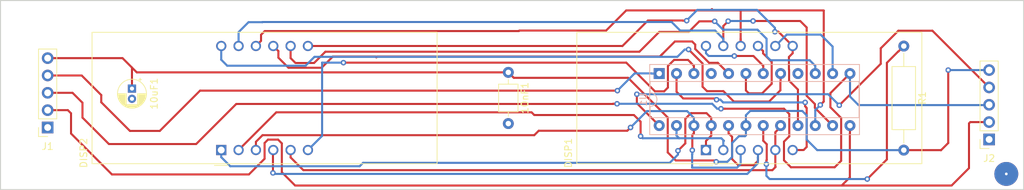
<source format=kicad_pcb>
(kicad_pcb (version 20171130) (host pcbnew 5.0.1+dfsg1-3)

  (general
    (thickness 1.6)
    (drawings 4)
    (tracks 382)
    (zones 0)
    (modules 8)
    (nets 24)
  )

  (page A4)
  (layers
    (0 F.Cu signal)
    (31 B.Cu signal)
    (32 B.Adhes user)
    (33 F.Adhes user)
    (34 B.Paste user)
    (35 F.Paste user)
    (36 B.SilkS user)
    (37 F.SilkS user)
    (38 B.Mask user)
    (39 F.Mask user)
    (40 Dwgs.User user)
    (41 Cmts.User user)
    (42 Eco1.User user)
    (43 Eco2.User user)
    (44 Edge.Cuts user)
    (45 Margin user)
    (46 B.CrtYd user)
    (47 F.CrtYd user)
    (48 B.Fab user)
    (49 F.Fab user)
  )

  (setup
    (last_trace_width 0.3)
    (trace_clearance 0.2)
    (zone_clearance 0.508)
    (zone_45_only no)
    (trace_min 0.2)
    (segment_width 0.2)
    (edge_width 0.15)
    (via_size 0.8)
    (via_drill 0.4)
    (via_min_size 0.4)
    (via_min_drill 0.3)
    (uvia_size 0.3)
    (uvia_drill 0.1)
    (uvias_allowed no)
    (uvia_min_size 0.2)
    (uvia_min_drill 0.1)
    (pcb_text_width 0.3)
    (pcb_text_size 1.5 1.5)
    (mod_edge_width 0.15)
    (mod_text_size 1 1)
    (mod_text_width 0.15)
    (pad_size 1.524 1.524)
    (pad_drill 0.762)
    (pad_to_mask_clearance 0.051)
    (solder_mask_min_width 0.25)
    (aux_axis_origin 0 0)
    (visible_elements FFFFFF7F)
    (pcbplotparams
      (layerselection 0x010f0_ffffffff)
      (usegerberextensions true)
      (usegerberattributes false)
      (usegerberadvancedattributes false)
      (creategerberjobfile false)
      (excludeedgelayer true)
      (linewidth 0.100000)
      (plotframeref false)
      (viasonmask false)
      (mode 1)
      (useauxorigin false)
      (hpglpennumber 1)
      (hpglpenspeed 20)
      (hpglpendiameter 15.000000)
      (psnegative false)
      (psa4output false)
      (plotreference true)
      (plotvalue true)
      (plotinvisibletext false)
      (padsonsilk false)
      (subtractmaskfromsilk false)
      (outputformat 1)
      (mirror false)
      (drillshape 0)
      (scaleselection 1)
      (outputdirectory "Display-8x7seg/"))
  )

  (net 0 "")
  (net 1 GND)
  (net 2 VCC)
  (net 3 D3)
  (net 4 A)
  (net 5 F)
  (net 6 D2)
  (net 7 D1)
  (net 8 B)
  (net 9 D0)
  (net 10 G)
  (net 11 C)
  (net 12 DP)
  (net 13 D)
  (net 14 E)
  (net 15 D4)
  (net 16 D5)
  (net 17 D6)
  (net 18 D7)
  (net 19 CLK)
  (net 20 LOAD)
  (net 21 DIN)
  (net 22 DOUT)
  (net 23 "Net-(R1-Pad1)")

  (net_class Default "Esta es la clase de red por defecto."
    (clearance 0.2)
    (trace_width 0.3)
    (via_dia 0.8)
    (via_drill 0.4)
    (uvia_dia 0.3)
    (uvia_drill 0.1)
    (add_net A)
    (add_net B)
    (add_net C)
    (add_net CLK)
    (add_net D)
    (add_net D0)
    (add_net D1)
    (add_net D2)
    (add_net D3)
    (add_net D4)
    (add_net D5)
    (add_net D6)
    (add_net D7)
    (add_net DIN)
    (add_net DOUT)
    (add_net DP)
    (add_net E)
    (add_net F)
    (add_net G)
    (add_net GND)
    (add_net LOAD)
    (add_net "Net-(R1-Pad1)")
    (add_net VCC)
  )

  (module Capacitor_THT:C_Axial_L3.8mm_D2.6mm_P7.50mm_Horizontal (layer F.Cu) (tedit 5AE50EF0) (tstamp 5C248B45)
    (at 101.05 48.625 270)
    (descr "C, Axial series, Axial, Horizontal, pin pitch=7.5mm, , length*diameter=3.8*2.6mm^2, http://www.vishay.com/docs/45231/arseries.pdf")
    (tags "C Axial series Axial Horizontal pin pitch 7.5mm  length 3.8mm diameter 2.6mm")
    (path /5C004983)
    (fp_text reference 10nF1 (at 3.75 -2.42 270) (layer F.SilkS)
      (effects (font (size 1 1) (thickness 0.15)))
    )
    (fp_text value C (at 3.75 2.42 270) (layer F.Fab)
      (effects (font (size 1 1) (thickness 0.15)))
    )
    (fp_line (start 1.85 -1.3) (end 1.85 1.3) (layer F.Fab) (width 0.1))
    (fp_line (start 1.85 1.3) (end 5.65 1.3) (layer F.Fab) (width 0.1))
    (fp_line (start 5.65 1.3) (end 5.65 -1.3) (layer F.Fab) (width 0.1))
    (fp_line (start 5.65 -1.3) (end 1.85 -1.3) (layer F.Fab) (width 0.1))
    (fp_line (start 0 0) (end 1.85 0) (layer F.Fab) (width 0.1))
    (fp_line (start 7.5 0) (end 5.65 0) (layer F.Fab) (width 0.1))
    (fp_line (start 1.73 -1.42) (end 1.73 1.42) (layer F.SilkS) (width 0.12))
    (fp_line (start 1.73 1.42) (end 5.77 1.42) (layer F.SilkS) (width 0.12))
    (fp_line (start 5.77 1.42) (end 5.77 -1.42) (layer F.SilkS) (width 0.12))
    (fp_line (start 5.77 -1.42) (end 1.73 -1.42) (layer F.SilkS) (width 0.12))
    (fp_line (start 1.04 0) (end 1.73 0) (layer F.SilkS) (width 0.12))
    (fp_line (start 6.46 0) (end 5.77 0) (layer F.SilkS) (width 0.12))
    (fp_line (start -1.05 -1.55) (end -1.05 1.55) (layer F.CrtYd) (width 0.05))
    (fp_line (start -1.05 1.55) (end 8.55 1.55) (layer F.CrtYd) (width 0.05))
    (fp_line (start 8.55 1.55) (end 8.55 -1.55) (layer F.CrtYd) (width 0.05))
    (fp_line (start 8.55 -1.55) (end -1.05 -1.55) (layer F.CrtYd) (width 0.05))
    (fp_text user %R (at 3.75 0) (layer F.Fab)
      (effects (font (size 0.76 0.76) (thickness 0.114)))
    )
    (pad 1 thru_hole circle (at 0 0 270) (size 1.6 1.6) (drill 0.8) (layers *.Cu *.Mask)
      (net 2 VCC))
    (pad 2 thru_hole oval (at 7.5 0 270) (size 1.6 1.6) (drill 0.8) (layers *.Cu *.Mask)
      (net 1 GND))
    (model ${KISYS3DMOD}/Capacitor_THT.3dshapes/C_Axial_L3.8mm_D2.6mm_P7.50mm_Horizontal.wrl
      (at (xyz 0 0 0))
      (scale (xyz 1 1 1))
      (rotate (xyz 0 0 0))
    )
  )

  (module Capacitor_THT:CP_Radial_D4.0mm_P1.50mm (layer F.Cu) (tedit 5AE50EF0) (tstamp 5C247D87)
    (at 45.925 51 270)
    (descr "CP, Radial series, Radial, pin pitch=1.50mm, , diameter=4mm, Electrolytic Capacitor")
    (tags "CP Radial series Radial pin pitch 1.50mm  diameter 4mm Electrolytic Capacitor")
    (path /5C0047F4)
    (fp_text reference 10uF1 (at 0.75 -3.25 270) (layer F.SilkS)
      (effects (font (size 1 1) (thickness 0.15)))
    )
    (fp_text value C (at 0.75 3.25 270) (layer F.Fab)
      (effects (font (size 1 1) (thickness 0.15)))
    )
    (fp_circle (center 0.75 0) (end 2.75 0) (layer F.Fab) (width 0.1))
    (fp_circle (center 0.75 0) (end 2.87 0) (layer F.SilkS) (width 0.12))
    (fp_circle (center 0.75 0) (end 3 0) (layer F.CrtYd) (width 0.05))
    (fp_line (start -0.952554 -0.8675) (end -0.552554 -0.8675) (layer F.Fab) (width 0.1))
    (fp_line (start -0.752554 -1.0675) (end -0.752554 -0.6675) (layer F.Fab) (width 0.1))
    (fp_line (start 0.75 0.84) (end 0.75 2.08) (layer F.SilkS) (width 0.12))
    (fp_line (start 0.75 -2.08) (end 0.75 -0.84) (layer F.SilkS) (width 0.12))
    (fp_line (start 0.79 0.84) (end 0.79 2.08) (layer F.SilkS) (width 0.12))
    (fp_line (start 0.79 -2.08) (end 0.79 -0.84) (layer F.SilkS) (width 0.12))
    (fp_line (start 0.83 0.84) (end 0.83 2.079) (layer F.SilkS) (width 0.12))
    (fp_line (start 0.83 -2.079) (end 0.83 -0.84) (layer F.SilkS) (width 0.12))
    (fp_line (start 0.87 -2.077) (end 0.87 -0.84) (layer F.SilkS) (width 0.12))
    (fp_line (start 0.87 0.84) (end 0.87 2.077) (layer F.SilkS) (width 0.12))
    (fp_line (start 0.91 -2.074) (end 0.91 -0.84) (layer F.SilkS) (width 0.12))
    (fp_line (start 0.91 0.84) (end 0.91 2.074) (layer F.SilkS) (width 0.12))
    (fp_line (start 0.95 -2.071) (end 0.95 -0.84) (layer F.SilkS) (width 0.12))
    (fp_line (start 0.95 0.84) (end 0.95 2.071) (layer F.SilkS) (width 0.12))
    (fp_line (start 0.99 -2.067) (end 0.99 -0.84) (layer F.SilkS) (width 0.12))
    (fp_line (start 0.99 0.84) (end 0.99 2.067) (layer F.SilkS) (width 0.12))
    (fp_line (start 1.03 -2.062) (end 1.03 -0.84) (layer F.SilkS) (width 0.12))
    (fp_line (start 1.03 0.84) (end 1.03 2.062) (layer F.SilkS) (width 0.12))
    (fp_line (start 1.07 -2.056) (end 1.07 -0.84) (layer F.SilkS) (width 0.12))
    (fp_line (start 1.07 0.84) (end 1.07 2.056) (layer F.SilkS) (width 0.12))
    (fp_line (start 1.11 -2.05) (end 1.11 -0.84) (layer F.SilkS) (width 0.12))
    (fp_line (start 1.11 0.84) (end 1.11 2.05) (layer F.SilkS) (width 0.12))
    (fp_line (start 1.15 -2.042) (end 1.15 -0.84) (layer F.SilkS) (width 0.12))
    (fp_line (start 1.15 0.84) (end 1.15 2.042) (layer F.SilkS) (width 0.12))
    (fp_line (start 1.19 -2.034) (end 1.19 -0.84) (layer F.SilkS) (width 0.12))
    (fp_line (start 1.19 0.84) (end 1.19 2.034) (layer F.SilkS) (width 0.12))
    (fp_line (start 1.23 -2.025) (end 1.23 -0.84) (layer F.SilkS) (width 0.12))
    (fp_line (start 1.23 0.84) (end 1.23 2.025) (layer F.SilkS) (width 0.12))
    (fp_line (start 1.27 -2.016) (end 1.27 -0.84) (layer F.SilkS) (width 0.12))
    (fp_line (start 1.27 0.84) (end 1.27 2.016) (layer F.SilkS) (width 0.12))
    (fp_line (start 1.31 -2.005) (end 1.31 -0.84) (layer F.SilkS) (width 0.12))
    (fp_line (start 1.31 0.84) (end 1.31 2.005) (layer F.SilkS) (width 0.12))
    (fp_line (start 1.35 -1.994) (end 1.35 -0.84) (layer F.SilkS) (width 0.12))
    (fp_line (start 1.35 0.84) (end 1.35 1.994) (layer F.SilkS) (width 0.12))
    (fp_line (start 1.39 -1.982) (end 1.39 -0.84) (layer F.SilkS) (width 0.12))
    (fp_line (start 1.39 0.84) (end 1.39 1.982) (layer F.SilkS) (width 0.12))
    (fp_line (start 1.43 -1.968) (end 1.43 -0.84) (layer F.SilkS) (width 0.12))
    (fp_line (start 1.43 0.84) (end 1.43 1.968) (layer F.SilkS) (width 0.12))
    (fp_line (start 1.471 -1.954) (end 1.471 -0.84) (layer F.SilkS) (width 0.12))
    (fp_line (start 1.471 0.84) (end 1.471 1.954) (layer F.SilkS) (width 0.12))
    (fp_line (start 1.511 -1.94) (end 1.511 -0.84) (layer F.SilkS) (width 0.12))
    (fp_line (start 1.511 0.84) (end 1.511 1.94) (layer F.SilkS) (width 0.12))
    (fp_line (start 1.551 -1.924) (end 1.551 -0.84) (layer F.SilkS) (width 0.12))
    (fp_line (start 1.551 0.84) (end 1.551 1.924) (layer F.SilkS) (width 0.12))
    (fp_line (start 1.591 -1.907) (end 1.591 -0.84) (layer F.SilkS) (width 0.12))
    (fp_line (start 1.591 0.84) (end 1.591 1.907) (layer F.SilkS) (width 0.12))
    (fp_line (start 1.631 -1.889) (end 1.631 -0.84) (layer F.SilkS) (width 0.12))
    (fp_line (start 1.631 0.84) (end 1.631 1.889) (layer F.SilkS) (width 0.12))
    (fp_line (start 1.671 -1.87) (end 1.671 -0.84) (layer F.SilkS) (width 0.12))
    (fp_line (start 1.671 0.84) (end 1.671 1.87) (layer F.SilkS) (width 0.12))
    (fp_line (start 1.711 -1.851) (end 1.711 -0.84) (layer F.SilkS) (width 0.12))
    (fp_line (start 1.711 0.84) (end 1.711 1.851) (layer F.SilkS) (width 0.12))
    (fp_line (start 1.751 -1.83) (end 1.751 -0.84) (layer F.SilkS) (width 0.12))
    (fp_line (start 1.751 0.84) (end 1.751 1.83) (layer F.SilkS) (width 0.12))
    (fp_line (start 1.791 -1.808) (end 1.791 -0.84) (layer F.SilkS) (width 0.12))
    (fp_line (start 1.791 0.84) (end 1.791 1.808) (layer F.SilkS) (width 0.12))
    (fp_line (start 1.831 -1.785) (end 1.831 -0.84) (layer F.SilkS) (width 0.12))
    (fp_line (start 1.831 0.84) (end 1.831 1.785) (layer F.SilkS) (width 0.12))
    (fp_line (start 1.871 -1.76) (end 1.871 -0.84) (layer F.SilkS) (width 0.12))
    (fp_line (start 1.871 0.84) (end 1.871 1.76) (layer F.SilkS) (width 0.12))
    (fp_line (start 1.911 -1.735) (end 1.911 -0.84) (layer F.SilkS) (width 0.12))
    (fp_line (start 1.911 0.84) (end 1.911 1.735) (layer F.SilkS) (width 0.12))
    (fp_line (start 1.951 -1.708) (end 1.951 -0.84) (layer F.SilkS) (width 0.12))
    (fp_line (start 1.951 0.84) (end 1.951 1.708) (layer F.SilkS) (width 0.12))
    (fp_line (start 1.991 -1.68) (end 1.991 -0.84) (layer F.SilkS) (width 0.12))
    (fp_line (start 1.991 0.84) (end 1.991 1.68) (layer F.SilkS) (width 0.12))
    (fp_line (start 2.031 -1.65) (end 2.031 -0.84) (layer F.SilkS) (width 0.12))
    (fp_line (start 2.031 0.84) (end 2.031 1.65) (layer F.SilkS) (width 0.12))
    (fp_line (start 2.071 -1.619) (end 2.071 -0.84) (layer F.SilkS) (width 0.12))
    (fp_line (start 2.071 0.84) (end 2.071 1.619) (layer F.SilkS) (width 0.12))
    (fp_line (start 2.111 -1.587) (end 2.111 -0.84) (layer F.SilkS) (width 0.12))
    (fp_line (start 2.111 0.84) (end 2.111 1.587) (layer F.SilkS) (width 0.12))
    (fp_line (start 2.151 -1.552) (end 2.151 -0.84) (layer F.SilkS) (width 0.12))
    (fp_line (start 2.151 0.84) (end 2.151 1.552) (layer F.SilkS) (width 0.12))
    (fp_line (start 2.191 -1.516) (end 2.191 -0.84) (layer F.SilkS) (width 0.12))
    (fp_line (start 2.191 0.84) (end 2.191 1.516) (layer F.SilkS) (width 0.12))
    (fp_line (start 2.231 -1.478) (end 2.231 -0.84) (layer F.SilkS) (width 0.12))
    (fp_line (start 2.231 0.84) (end 2.231 1.478) (layer F.SilkS) (width 0.12))
    (fp_line (start 2.271 -1.438) (end 2.271 -0.84) (layer F.SilkS) (width 0.12))
    (fp_line (start 2.271 0.84) (end 2.271 1.438) (layer F.SilkS) (width 0.12))
    (fp_line (start 2.311 -1.396) (end 2.311 -0.84) (layer F.SilkS) (width 0.12))
    (fp_line (start 2.311 0.84) (end 2.311 1.396) (layer F.SilkS) (width 0.12))
    (fp_line (start 2.351 -1.351) (end 2.351 1.351) (layer F.SilkS) (width 0.12))
    (fp_line (start 2.391 -1.304) (end 2.391 1.304) (layer F.SilkS) (width 0.12))
    (fp_line (start 2.431 -1.254) (end 2.431 1.254) (layer F.SilkS) (width 0.12))
    (fp_line (start 2.471 -1.2) (end 2.471 1.2) (layer F.SilkS) (width 0.12))
    (fp_line (start 2.511 -1.142) (end 2.511 1.142) (layer F.SilkS) (width 0.12))
    (fp_line (start 2.551 -1.08) (end 2.551 1.08) (layer F.SilkS) (width 0.12))
    (fp_line (start 2.591 -1.013) (end 2.591 1.013) (layer F.SilkS) (width 0.12))
    (fp_line (start 2.631 -0.94) (end 2.631 0.94) (layer F.SilkS) (width 0.12))
    (fp_line (start 2.671 -0.859) (end 2.671 0.859) (layer F.SilkS) (width 0.12))
    (fp_line (start 2.711 -0.768) (end 2.711 0.768) (layer F.SilkS) (width 0.12))
    (fp_line (start 2.751 -0.664) (end 2.751 0.664) (layer F.SilkS) (width 0.12))
    (fp_line (start 2.791 -0.537) (end 2.791 0.537) (layer F.SilkS) (width 0.12))
    (fp_line (start 2.831 -0.37) (end 2.831 0.37) (layer F.SilkS) (width 0.12))
    (fp_line (start -1.519801 -1.195) (end -1.119801 -1.195) (layer F.SilkS) (width 0.12))
    (fp_line (start -1.319801 -1.395) (end -1.319801 -0.995) (layer F.SilkS) (width 0.12))
    (fp_text user %R (at 0.75 0 270) (layer F.Fab)
      (effects (font (size 0.8 0.8) (thickness 0.12)))
    )
    (pad 1 thru_hole rect (at 0 0 270) (size 1.2 1.2) (drill 0.6) (layers *.Cu *.Mask)
      (net 2 VCC))
    (pad 2 thru_hole circle (at 1.5 0 270) (size 1.2 1.2) (drill 0.6) (layers *.Cu *.Mask)
      (net 1 GND))
    (model ${KISYS3DMOD}/Capacitor_THT.3dshapes/CP_Radial_D4.0mm_P1.50mm.wrl
      (at (xyz 0 0 0))
      (scale (xyz 1 1 1))
      (rotate (xyz 0 0 0))
    )
  )

  (module Display_7Segment:CA56-12CGKWA (layer F.Cu) (tedit 5A02FE84) (tstamp 5C247DA8)
    (at 130 60 90)
    (descr "4 digit 7 segment green LED, http://www.kingbright.com/attachments/file/psearch/000/00/00/CA56-12CGKWA(Ver.9A).pdf")
    (tags "4 digit 7 segment green LED")
    (path /5C0033D8)
    (fp_text reference DISP1 (at -0.44 -20.15 90) (layer F.SilkS)
      (effects (font (size 1 1) (thickness 0.15)))
    )
    (fp_text value CA56-12CGKWA (at 3.5 32.92 90) (layer F.Fab)
      (effects (font (size 1 1) (thickness 0.15)))
    )
    (fp_text user %R (at 8.128 6.604 90) (layer F.Fab)
      (effects (font (size 1 1) (thickness 0.15)))
    )
    (fp_line (start -1.88 1) (end -1.88 31.5) (layer F.Fab) (width 0.1))
    (fp_line (start -1.88 31.5) (end 17.12 31.5) (layer F.Fab) (width 0.1))
    (fp_line (start 17.12 -18.8) (end 17.12 31.5) (layer F.Fab) (width 0.1))
    (fp_line (start -1.88 -18.8) (end 17.12 -18.8) (layer F.Fab) (width 0.1))
    (fp_line (start -2.25 -1) (end -2.25 1) (layer F.SilkS) (width 0.12))
    (fp_line (start -2.13 31.75) (end -2.13 -19.05) (layer F.CrtYd) (width 0.05))
    (fp_line (start 17.37 31.75) (end -2.13 31.75) (layer F.CrtYd) (width 0.05))
    (fp_line (start 17.37 -19.05) (end 17.37 31.75) (layer F.CrtYd) (width 0.05))
    (fp_line (start -2.13 -19.05) (end 17.37 -19.05) (layer F.CrtYd) (width 0.05))
    (fp_line (start -1.88 -1) (end -1.88 -18.8) (layer F.Fab) (width 0.1))
    (fp_line (start -0.88 0) (end -1.88 -1) (layer F.Fab) (width 0.1))
    (fp_line (start -1.88 1) (end -0.88 0) (layer F.Fab) (width 0.1))
    (fp_line (start 17.24 31.62) (end 17.24 -18.92) (layer F.SilkS) (width 0.12))
    (fp_line (start -2 31.62) (end 17.24 31.62) (layer F.SilkS) (width 0.12))
    (fp_line (start -2 -18.92) (end -2 31.62) (layer F.SilkS) (width 0.12))
    (fp_line (start -2 -18.92) (end 17.24 -18.92) (layer F.SilkS) (width 0.12))
    (pad 12 thru_hole circle (at 15.24 0 90) (size 1.5 1.5) (drill 1) (layers *.Cu *.Mask)
      (net 3 D3))
    (pad 11 thru_hole circle (at 15.24 2.54 90) (size 1.5 1.5) (drill 1) (layers *.Cu *.Mask)
      (net 4 A))
    (pad 10 thru_hole circle (at 15.24 5.08 90) (size 1.5 1.5) (drill 1) (layers *.Cu *.Mask)
      (net 5 F))
    (pad 9 thru_hole circle (at 15.24 7.62 90) (size 1.5 1.5) (drill 1) (layers *.Cu *.Mask)
      (net 6 D2))
    (pad 8 thru_hole circle (at 15.24 10.16 90) (size 1.5 1.5) (drill 1) (layers *.Cu *.Mask)
      (net 7 D1))
    (pad 7 thru_hole circle (at 15.24 12.7 90) (size 1.5 1.5) (drill 1) (layers *.Cu *.Mask)
      (net 8 B))
    (pad 6 thru_hole circle (at 0 12.7 90) (size 1.5 1.5) (drill 1) (layers *.Cu *.Mask)
      (net 9 D0))
    (pad 5 thru_hole circle (at 0 10.16 90) (size 1.5 1.5) (drill 1) (layers *.Cu *.Mask)
      (net 10 G))
    (pad 4 thru_hole circle (at 0 7.62 90) (size 1.5 1.5) (drill 1) (layers *.Cu *.Mask)
      (net 11 C))
    (pad 3 thru_hole circle (at 0 5.08 90) (size 1.5 1.5) (drill 1) (layers *.Cu *.Mask)
      (net 12 DP))
    (pad 2 thru_hole circle (at 0 2.54 90) (size 1.5 1.5) (drill 1) (layers *.Cu *.Mask)
      (net 13 D))
    (pad 1 thru_hole rect (at 0 0 90) (size 1.5 1.5) (drill 1) (layers *.Cu *.Mask)
      (net 14 E))
    (model ${KISYS3DMOD}/Display_7Segment.3dshapes/CA56-12CGKWA.wrl
      (at (xyz 0 0 0))
      (scale (xyz 1 1 1))
      (rotate (xyz 0 0 0))
    )
  )

  (module Display_7Segment:CA56-12CGKWA (layer F.Cu) (tedit 5A02FE84) (tstamp 5C2484C7)
    (at 59 60 90)
    (descr "4 digit 7 segment green LED, http://www.kingbright.com/attachments/file/psearch/000/00/00/CA56-12CGKWA(Ver.9A).pdf")
    (tags "4 digit 7 segment green LED")
    (path /5C002B53)
    (fp_text reference DISP2 (at -0.44 -20.15 90) (layer F.SilkS)
      (effects (font (size 1 1) (thickness 0.15)))
    )
    (fp_text value CA56-12CGKWA (at 3.5 32.92 90) (layer F.Fab)
      (effects (font (size 1 1) (thickness 0.15)))
    )
    (fp_line (start -2 -18.92) (end 17.24 -18.92) (layer F.SilkS) (width 0.12))
    (fp_line (start -2 -18.92) (end -2 31.62) (layer F.SilkS) (width 0.12))
    (fp_line (start -2 31.62) (end 17.24 31.62) (layer F.SilkS) (width 0.12))
    (fp_line (start 17.24 31.62) (end 17.24 -18.92) (layer F.SilkS) (width 0.12))
    (fp_line (start -1.88 1) (end -0.88 0) (layer F.Fab) (width 0.1))
    (fp_line (start -0.88 0) (end -1.88 -1) (layer F.Fab) (width 0.1))
    (fp_line (start -1.88 -1) (end -1.88 -18.8) (layer F.Fab) (width 0.1))
    (fp_line (start -2.13 -19.05) (end 17.37 -19.05) (layer F.CrtYd) (width 0.05))
    (fp_line (start 17.37 -19.05) (end 17.37 31.75) (layer F.CrtYd) (width 0.05))
    (fp_line (start 17.37 31.75) (end -2.13 31.75) (layer F.CrtYd) (width 0.05))
    (fp_line (start -2.13 31.75) (end -2.13 -19.05) (layer F.CrtYd) (width 0.05))
    (fp_line (start -2.25 -1) (end -2.25 1) (layer F.SilkS) (width 0.12))
    (fp_line (start -1.88 -18.8) (end 17.12 -18.8) (layer F.Fab) (width 0.1))
    (fp_line (start 17.12 -18.8) (end 17.12 31.5) (layer F.Fab) (width 0.1))
    (fp_line (start -1.88 31.5) (end 17.12 31.5) (layer F.Fab) (width 0.1))
    (fp_line (start -1.88 1) (end -1.88 31.5) (layer F.Fab) (width 0.1))
    (fp_text user %R (at 8.128 6.604 90) (layer F.Fab)
      (effects (font (size 1 1) (thickness 0.15)))
    )
    (pad 1 thru_hole rect (at 0 0 90) (size 1.5 1.5) (drill 1) (layers *.Cu *.Mask)
      (net 14 E))
    (pad 2 thru_hole circle (at 0 2.54 90) (size 1.5 1.5) (drill 1) (layers *.Cu *.Mask)
      (net 13 D))
    (pad 3 thru_hole circle (at 0 5.08 90) (size 1.5 1.5) (drill 1) (layers *.Cu *.Mask)
      (net 12 DP))
    (pad 4 thru_hole circle (at 0 7.62 90) (size 1.5 1.5) (drill 1) (layers *.Cu *.Mask)
      (net 11 C))
    (pad 5 thru_hole circle (at 0 10.16 90) (size 1.5 1.5) (drill 1) (layers *.Cu *.Mask)
      (net 10 G))
    (pad 6 thru_hole circle (at 0 12.7 90) (size 1.5 1.5) (drill 1) (layers *.Cu *.Mask)
      (net 15 D4))
    (pad 7 thru_hole circle (at 15.24 12.7 90) (size 1.5 1.5) (drill 1) (layers *.Cu *.Mask)
      (net 8 B))
    (pad 8 thru_hole circle (at 15.24 10.16 90) (size 1.5 1.5) (drill 1) (layers *.Cu *.Mask)
      (net 16 D5))
    (pad 9 thru_hole circle (at 15.24 7.62 90) (size 1.5 1.5) (drill 1) (layers *.Cu *.Mask)
      (net 17 D6))
    (pad 10 thru_hole circle (at 15.24 5.08 90) (size 1.5 1.5) (drill 1) (layers *.Cu *.Mask)
      (net 5 F))
    (pad 11 thru_hole circle (at 15.24 2.54 90) (size 1.5 1.5) (drill 1) (layers *.Cu *.Mask)
      (net 4 A))
    (pad 12 thru_hole circle (at 15.24 0 90) (size 1.5 1.5) (drill 1) (layers *.Cu *.Mask)
      (net 18 D7))
    (model ${KISYS3DMOD}/Display_7Segment.3dshapes/CA56-12CGKWA.wrl
      (at (xyz 0 0 0))
      (scale (xyz 1 1 1))
      (rotate (xyz 0 0 0))
    )
  )

  (module Connector_PinSocket_2.54mm:PinSocket_1x05_P2.54mm_Vertical (layer F.Cu) (tedit 5A19A420) (tstamp 5C247DE2)
    (at 33.575 56.7 180)
    (descr "Through hole straight socket strip, 1x05, 2.54mm pitch, single row (from Kicad 4.0.7), script generated")
    (tags "Through hole socket strip THT 1x05 2.54mm single row")
    (path /5C0054E4)
    (fp_text reference J1 (at 0 -2.77 180) (layer F.SilkS)
      (effects (font (size 1 1) (thickness 0.15)))
    )
    (fp_text value JP1 (at 0 12.93 180) (layer F.Fab)
      (effects (font (size 1 1) (thickness 0.15)))
    )
    (fp_line (start -1.27 -1.27) (end 0.635 -1.27) (layer F.Fab) (width 0.1))
    (fp_line (start 0.635 -1.27) (end 1.27 -0.635) (layer F.Fab) (width 0.1))
    (fp_line (start 1.27 -0.635) (end 1.27 11.43) (layer F.Fab) (width 0.1))
    (fp_line (start 1.27 11.43) (end -1.27 11.43) (layer F.Fab) (width 0.1))
    (fp_line (start -1.27 11.43) (end -1.27 -1.27) (layer F.Fab) (width 0.1))
    (fp_line (start -1.33 1.27) (end 1.33 1.27) (layer F.SilkS) (width 0.12))
    (fp_line (start -1.33 1.27) (end -1.33 11.49) (layer F.SilkS) (width 0.12))
    (fp_line (start -1.33 11.49) (end 1.33 11.49) (layer F.SilkS) (width 0.12))
    (fp_line (start 1.33 1.27) (end 1.33 11.49) (layer F.SilkS) (width 0.12))
    (fp_line (start 1.33 -1.33) (end 1.33 0) (layer F.SilkS) (width 0.12))
    (fp_line (start 0 -1.33) (end 1.33 -1.33) (layer F.SilkS) (width 0.12))
    (fp_line (start -1.8 -1.8) (end 1.75 -1.8) (layer F.CrtYd) (width 0.05))
    (fp_line (start 1.75 -1.8) (end 1.75 11.9) (layer F.CrtYd) (width 0.05))
    (fp_line (start 1.75 11.9) (end -1.8 11.9) (layer F.CrtYd) (width 0.05))
    (fp_line (start -1.8 11.9) (end -1.8 -1.8) (layer F.CrtYd) (width 0.05))
    (fp_text user %R (at 0 5.08 270) (layer F.Fab)
      (effects (font (size 1 1) (thickness 0.15)))
    )
    (pad 1 thru_hole rect (at 0 0 180) (size 1.7 1.7) (drill 1) (layers *.Cu *.Mask)
      (net 1 GND))
    (pad 2 thru_hole oval (at 0 2.54 180) (size 1.7 1.7) (drill 1) (layers *.Cu *.Mask)
      (net 19 CLK))
    (pad 3 thru_hole oval (at 0 5.08 180) (size 1.7 1.7) (drill 1) (layers *.Cu *.Mask)
      (net 20 LOAD))
    (pad 4 thru_hole oval (at 0 7.62 180) (size 1.7 1.7) (drill 1) (layers *.Cu *.Mask)
      (net 21 DIN))
    (pad 5 thru_hole oval (at 0 10.16 180) (size 1.7 1.7) (drill 1) (layers *.Cu *.Mask)
      (net 2 VCC))
    (model ${KISYS3DMOD}/Connector_PinSocket_2.54mm.3dshapes/PinSocket_1x05_P2.54mm_Vertical.wrl
      (at (xyz 0 0 0))
      (scale (xyz 1 1 1))
      (rotate (xyz 0 0 0))
    )
  )

  (module Connector_PinSocket_2.54mm:PinSocket_1x05_P2.54mm_Vertical (layer F.Cu) (tedit 5A19A420) (tstamp 5C2485B1)
    (at 171.475 58.45 180)
    (descr "Through hole straight socket strip, 1x05, 2.54mm pitch, single row (from Kicad 4.0.7), script generated")
    (tags "Through hole socket strip THT 1x05 2.54mm single row")
    (path /5C005672)
    (fp_text reference J2 (at 0 -2.77 180) (layer F.SilkS)
      (effects (font (size 1 1) (thickness 0.15)))
    )
    (fp_text value JP2 (at 0 12.93 180) (layer F.Fab)
      (effects (font (size 1 1) (thickness 0.15)))
    )
    (fp_text user %R (at 0 5.08 270) (layer F.Fab)
      (effects (font (size 1 1) (thickness 0.15)))
    )
    (fp_line (start -1.8 11.9) (end -1.8 -1.8) (layer F.CrtYd) (width 0.05))
    (fp_line (start 1.75 11.9) (end -1.8 11.9) (layer F.CrtYd) (width 0.05))
    (fp_line (start 1.75 -1.8) (end 1.75 11.9) (layer F.CrtYd) (width 0.05))
    (fp_line (start -1.8 -1.8) (end 1.75 -1.8) (layer F.CrtYd) (width 0.05))
    (fp_line (start 0 -1.33) (end 1.33 -1.33) (layer F.SilkS) (width 0.12))
    (fp_line (start 1.33 -1.33) (end 1.33 0) (layer F.SilkS) (width 0.12))
    (fp_line (start 1.33 1.27) (end 1.33 11.49) (layer F.SilkS) (width 0.12))
    (fp_line (start -1.33 11.49) (end 1.33 11.49) (layer F.SilkS) (width 0.12))
    (fp_line (start -1.33 1.27) (end -1.33 11.49) (layer F.SilkS) (width 0.12))
    (fp_line (start -1.33 1.27) (end 1.33 1.27) (layer F.SilkS) (width 0.12))
    (fp_line (start -1.27 11.43) (end -1.27 -1.27) (layer F.Fab) (width 0.1))
    (fp_line (start 1.27 11.43) (end -1.27 11.43) (layer F.Fab) (width 0.1))
    (fp_line (start 1.27 -0.635) (end 1.27 11.43) (layer F.Fab) (width 0.1))
    (fp_line (start 0.635 -1.27) (end 1.27 -0.635) (layer F.Fab) (width 0.1))
    (fp_line (start -1.27 -1.27) (end 0.635 -1.27) (layer F.Fab) (width 0.1))
    (pad 5 thru_hole oval (at 0 10.16 180) (size 1.7 1.7) (drill 1) (layers *.Cu *.Mask)
      (net 2 VCC))
    (pad 4 thru_hole oval (at 0 7.62 180) (size 1.7 1.7) (drill 1) (layers *.Cu *.Mask)
      (net 22 DOUT))
    (pad 3 thru_hole oval (at 0 5.08 180) (size 1.7 1.7) (drill 1) (layers *.Cu *.Mask)
      (net 20 LOAD))
    (pad 2 thru_hole oval (at 0 2.54 180) (size 1.7 1.7) (drill 1) (layers *.Cu *.Mask)
      (net 19 CLK))
    (pad 1 thru_hole rect (at 0 0 180) (size 1.7 1.7) (drill 1) (layers *.Cu *.Mask)
      (net 1 GND))
    (model ${KISYS3DMOD}/Connector_PinSocket_2.54mm.3dshapes/PinSocket_1x05_P2.54mm_Vertical.wrl
      (at (xyz 0 0 0))
      (scale (xyz 1 1 1))
      (rotate (xyz 0 0 0))
    )
  )

  (module Resistor_THT:R_Axial_DIN0309_L9.0mm_D3.2mm_P15.24mm_Horizontal (layer F.Cu) (tedit 5AE5139B) (tstamp 5C247E12)
    (at 158.975 44.775 270)
    (descr "Resistor, Axial_DIN0309 series, Axial, Horizontal, pin pitch=15.24mm, 0.5W = 1/2W, length*diameter=9*3.2mm^2, http://cdn-reichelt.de/documents/datenblatt/B400/1_4W%23YAG.pdf")
    (tags "Resistor Axial_DIN0309 series Axial Horizontal pin pitch 15.24mm 0.5W = 1/2W length 9mm diameter 3.2mm")
    (path /5C0036EA)
    (fp_text reference R1 (at 7.62 -2.72 270) (layer F.SilkS)
      (effects (font (size 1 1) (thickness 0.15)))
    )
    (fp_text value 12K (at 7.62 2.72 270) (layer F.Fab)
      (effects (font (size 1 1) (thickness 0.15)))
    )
    (fp_line (start 3.12 -1.6) (end 3.12 1.6) (layer F.Fab) (width 0.1))
    (fp_line (start 3.12 1.6) (end 12.12 1.6) (layer F.Fab) (width 0.1))
    (fp_line (start 12.12 1.6) (end 12.12 -1.6) (layer F.Fab) (width 0.1))
    (fp_line (start 12.12 -1.6) (end 3.12 -1.6) (layer F.Fab) (width 0.1))
    (fp_line (start 0 0) (end 3.12 0) (layer F.Fab) (width 0.1))
    (fp_line (start 15.24 0) (end 12.12 0) (layer F.Fab) (width 0.1))
    (fp_line (start 3 -1.72) (end 3 1.72) (layer F.SilkS) (width 0.12))
    (fp_line (start 3 1.72) (end 12.24 1.72) (layer F.SilkS) (width 0.12))
    (fp_line (start 12.24 1.72) (end 12.24 -1.72) (layer F.SilkS) (width 0.12))
    (fp_line (start 12.24 -1.72) (end 3 -1.72) (layer F.SilkS) (width 0.12))
    (fp_line (start 1.04 0) (end 3 0) (layer F.SilkS) (width 0.12))
    (fp_line (start 14.2 0) (end 12.24 0) (layer F.SilkS) (width 0.12))
    (fp_line (start -1.05 -1.85) (end -1.05 1.85) (layer F.CrtYd) (width 0.05))
    (fp_line (start -1.05 1.85) (end 16.29 1.85) (layer F.CrtYd) (width 0.05))
    (fp_line (start 16.29 1.85) (end 16.29 -1.85) (layer F.CrtYd) (width 0.05))
    (fp_line (start 16.29 -1.85) (end -1.05 -1.85) (layer F.CrtYd) (width 0.05))
    (fp_text user %R (at 7.62 0 270) (layer F.Fab)
      (effects (font (size 1 1) (thickness 0.15)))
    )
    (pad 1 thru_hole circle (at 0 0 270) (size 1.6 1.6) (drill 0.8) (layers *.Cu *.Mask)
      (net 23 "Net-(R1-Pad1)"))
    (pad 2 thru_hole oval (at 15.24 0 270) (size 1.6 1.6) (drill 0.8) (layers *.Cu *.Mask)
      (net 2 VCC))
    (model ${KISYS3DMOD}/Resistor_THT.3dshapes/R_Axial_DIN0309_L9.0mm_D3.2mm_P15.24mm_Horizontal.wrl
      (at (xyz 0 0 0))
      (scale (xyz 1 1 1))
      (rotate (xyz 0 0 0))
    )
  )

  (module Package_DIP:DIP-24_W7.62mm_Socket (layer B.Cu) (tedit 5A02E8C5) (tstamp 5C247E46)
    (at 123.15 48.8 270)
    (descr "24-lead though-hole mounted DIP package, row spacing 7.62 mm (300 mils), Socket")
    (tags "THT DIP DIL PDIP 2.54mm 7.62mm 300mil Socket")
    (path /5C002650)
    (fp_text reference U1 (at 3.81 2.33 270) (layer B.SilkS)
      (effects (font (size 1 1) (thickness 0.15)) (justify mirror))
    )
    (fp_text value MAX7219 (at 3.81 -30.27 270) (layer B.Fab)
      (effects (font (size 1 1) (thickness 0.15)) (justify mirror))
    )
    (fp_arc (start 3.81 1.33) (end 2.81 1.33) (angle 180) (layer B.SilkS) (width 0.12))
    (fp_line (start 1.635 1.27) (end 6.985 1.27) (layer B.Fab) (width 0.1))
    (fp_line (start 6.985 1.27) (end 6.985 -29.21) (layer B.Fab) (width 0.1))
    (fp_line (start 6.985 -29.21) (end 0.635 -29.21) (layer B.Fab) (width 0.1))
    (fp_line (start 0.635 -29.21) (end 0.635 0.27) (layer B.Fab) (width 0.1))
    (fp_line (start 0.635 0.27) (end 1.635 1.27) (layer B.Fab) (width 0.1))
    (fp_line (start -1.27 1.33) (end -1.27 -29.27) (layer B.Fab) (width 0.1))
    (fp_line (start -1.27 -29.27) (end 8.89 -29.27) (layer B.Fab) (width 0.1))
    (fp_line (start 8.89 -29.27) (end 8.89 1.33) (layer B.Fab) (width 0.1))
    (fp_line (start 8.89 1.33) (end -1.27 1.33) (layer B.Fab) (width 0.1))
    (fp_line (start 2.81 1.33) (end 1.16 1.33) (layer B.SilkS) (width 0.12))
    (fp_line (start 1.16 1.33) (end 1.16 -29.27) (layer B.SilkS) (width 0.12))
    (fp_line (start 1.16 -29.27) (end 6.46 -29.27) (layer B.SilkS) (width 0.12))
    (fp_line (start 6.46 -29.27) (end 6.46 1.33) (layer B.SilkS) (width 0.12))
    (fp_line (start 6.46 1.33) (end 4.81 1.33) (layer B.SilkS) (width 0.12))
    (fp_line (start -1.33 1.39) (end -1.33 -29.33) (layer B.SilkS) (width 0.12))
    (fp_line (start -1.33 -29.33) (end 8.95 -29.33) (layer B.SilkS) (width 0.12))
    (fp_line (start 8.95 -29.33) (end 8.95 1.39) (layer B.SilkS) (width 0.12))
    (fp_line (start 8.95 1.39) (end -1.33 1.39) (layer B.SilkS) (width 0.12))
    (fp_line (start -1.55 1.6) (end -1.55 -29.55) (layer B.CrtYd) (width 0.05))
    (fp_line (start -1.55 -29.55) (end 9.15 -29.55) (layer B.CrtYd) (width 0.05))
    (fp_line (start 9.15 -29.55) (end 9.15 1.6) (layer B.CrtYd) (width 0.05))
    (fp_line (start 9.15 1.6) (end -1.55 1.6) (layer B.CrtYd) (width 0.05))
    (fp_text user %R (at 3.81 -13.97 270) (layer B.Fab)
      (effects (font (size 1 1) (thickness 0.15)) (justify mirror))
    )
    (pad 1 thru_hole rect (at 0 0 270) (size 1.6 1.6) (drill 0.8) (layers *.Cu *.Mask)
      (net 21 DIN))
    (pad 13 thru_hole oval (at 7.62 -27.94 270) (size 1.6 1.6) (drill 0.8) (layers *.Cu *.Mask)
      (net 19 CLK))
    (pad 2 thru_hole oval (at 0 -2.54 270) (size 1.6 1.6) (drill 0.8) (layers *.Cu *.Mask)
      (net 9 D0))
    (pad 14 thru_hole oval (at 7.62 -25.4 270) (size 1.6 1.6) (drill 0.8) (layers *.Cu *.Mask)
      (net 4 A))
    (pad 3 thru_hole oval (at 0 -5.08 270) (size 1.6 1.6) (drill 0.8) (layers *.Cu *.Mask)
      (net 15 D4))
    (pad 15 thru_hole oval (at 7.62 -22.86 270) (size 1.6 1.6) (drill 0.8) (layers *.Cu *.Mask)
      (net 5 F))
    (pad 4 thru_hole oval (at 0 -7.62 270) (size 1.6 1.6) (drill 0.8) (layers *.Cu *.Mask)
      (net 1 GND))
    (pad 16 thru_hole oval (at 7.62 -20.32 270) (size 1.6 1.6) (drill 0.8) (layers *.Cu *.Mask)
      (net 8 B))
    (pad 5 thru_hole oval (at 0 -10.16 270) (size 1.6 1.6) (drill 0.8) (layers *.Cu *.Mask)
      (net 17 D6))
    (pad 17 thru_hole oval (at 7.62 -17.78 270) (size 1.6 1.6) (drill 0.8) (layers *.Cu *.Mask)
      (net 10 G))
    (pad 6 thru_hole oval (at 0 -12.7 270) (size 1.6 1.6) (drill 0.8) (layers *.Cu *.Mask)
      (net 6 D2))
    (pad 18 thru_hole oval (at 7.62 -15.24 270) (size 1.6 1.6) (drill 0.8) (layers *.Cu *.Mask)
      (net 23 "Net-(R1-Pad1)"))
    (pad 7 thru_hole oval (at 0 -15.24 270) (size 1.6 1.6) (drill 0.8) (layers *.Cu *.Mask)
      (net 3 D3))
    (pad 19 thru_hole oval (at 7.62 -12.7 270) (size 1.6 1.6) (drill 0.8) (layers *.Cu *.Mask)
      (net 2 VCC))
    (pad 8 thru_hole oval (at 0 -17.78 270) (size 1.6 1.6) (drill 0.8) (layers *.Cu *.Mask)
      (net 18 D7))
    (pad 20 thru_hole oval (at 7.62 -10.16 270) (size 1.6 1.6) (drill 0.8) (layers *.Cu *.Mask)
      (net 11 C))
    (pad 9 thru_hole oval (at 0 -20.32 270) (size 1.6 1.6) (drill 0.8) (layers *.Cu *.Mask)
      (net 1 GND))
    (pad 21 thru_hole oval (at 7.62 -7.62 270) (size 1.6 1.6) (drill 0.8) (layers *.Cu *.Mask)
      (net 14 E))
    (pad 10 thru_hole oval (at 0 -22.86 270) (size 1.6 1.6) (drill 0.8) (layers *.Cu *.Mask)
      (net 16 D5))
    (pad 22 thru_hole oval (at 7.62 -5.08 270) (size 1.6 1.6) (drill 0.8) (layers *.Cu *.Mask)
      (net 12 DP))
    (pad 11 thru_hole oval (at 0 -25.4 270) (size 1.6 1.6) (drill 0.8) (layers *.Cu *.Mask)
      (net 7 D1))
    (pad 23 thru_hole oval (at 7.62 -2.54 270) (size 1.6 1.6) (drill 0.8) (layers *.Cu *.Mask)
      (net 13 D))
    (pad 12 thru_hole oval (at 0 -27.94 270) (size 1.6 1.6) (drill 0.8) (layers *.Cu *.Mask)
      (net 20 LOAD))
    (pad 24 thru_hole oval (at 7.62 0 270) (size 1.6 1.6) (drill 0.8) (layers *.Cu *.Mask)
      (net 22 DOUT))
    (model ${KISYS3DMOD}/Package_DIP.3dshapes/DIP-24_W7.62mm_Socket.wrl
      (at (xyz 0 0 0))
      (scale (xyz 1 1 1))
      (rotate (xyz 0 0 0))
    )
  )

  (gr_line (start 26.67 65.786) (end 176.53 65.786) (layer Edge.Cuts) (width 0.15))
  (gr_line (start 26.67 38.1) (end 26.67 65.786) (layer Edge.Cuts) (width 0.15))
  (gr_line (start 176.53 38.1) (end 26.67 38.1) (layer Edge.Cuts) (width 0.15))
  (gr_line (start 176.53 65.786) (end 176.53 38.1) (layer Edge.Cuts) (width 0.15))

  (via (at 173.99 63.5) (size 3.5) (drill 0.4) (layers F.Cu B.Cu) (net 0))
  (segment (start 171.475 48.29) (end 165.485 48.29) (width 0.3) (layer B.Cu) (net 2))
  (via (at 165.485 48.29) (size 0.8) (drill 0.4) (layers F.Cu B.Cu) (net 2))
  (segment (start 165.485 48.29) (end 165.485 58.965) (width 0.3) (layer F.Cu) (net 2))
  (segment (start 165.485 58.965) (end 164.425 60.025) (width 0.3) (layer F.Cu) (net 2))
  (segment (start 164.415 60.015) (end 158.975 60.015) (width 0.3) (layer F.Cu) (net 2))
  (segment (start 164.425 60.025) (end 164.415 60.015) (width 0.3) (layer F.Cu) (net 2))
  (segment (start 135.85 54.9) (end 135.85 56.42) (width 0.3) (layer B.Cu) (net 2))
  (segment (start 146.29 60.015) (end 144.75 58.475) (width 0.3) (layer B.Cu) (net 2))
  (segment (start 158.975 60.015) (end 146.29 60.015) (width 0.3) (layer B.Cu) (net 2))
  (segment (start 144.75 58.475) (end 144.75 54.925) (width 0.3) (layer B.Cu) (net 2))
  (segment (start 144.75 54.925) (end 144.1 54.275) (width 0.3) (layer B.Cu) (net 2))
  (segment (start 136.475 54.275) (end 135.85 54.9) (width 0.3) (layer B.Cu) (net 2))
  (segment (start 144.1 54.275) (end 136.475 54.275) (width 0.3) (layer B.Cu) (net 2))
  (segment (start 45.925 51) (end 45.925 47.925) (width 0.3) (layer F.Cu) (net 2))
  (segment (start 44.54 46.54) (end 33.575 46.54) (width 0.3) (layer F.Cu) (net 2))
  (segment (start 45.925 47.925) (end 44.54 46.54) (width 0.3) (layer F.Cu) (net 2))
  (segment (start 46.625 48.625) (end 101.05 48.625) (width 0.3) (layer F.Cu) (net 2))
  (segment (start 45.925 47.925) (end 46.625 48.625) (width 0.3) (layer F.Cu) (net 2))
  (segment (start 118.585001 49.424999) (end 124.4 55.239998) (width 0.3) (layer F.Cu) (net 2))
  (segment (start 101.05 48.625) (end 101.849999 49.424999) (width 0.3) (layer F.Cu) (net 2))
  (segment (start 101.849999 49.424999) (end 118.585001 49.424999) (width 0.3) (layer F.Cu) (net 2))
  (segment (start 124.4 55.239998) (end 124.4 60.35) (width 0.3) (layer F.Cu) (net 2))
  (segment (start 124.4 60.35) (end 125.575 61.525) (width 0.3) (layer F.Cu) (net 2))
  (segment (start 125.575 61.525) (end 131.3 61.525) (width 0.3) (layer F.Cu) (net 2))
  (via (at 131.5 61.725) (size 0.8) (drill 0.4) (layers F.Cu B.Cu) (net 2))
  (segment (start 131.3 61.525) (end 131.5 61.725) (width 0.3) (layer F.Cu) (net 2))
  (segment (start 135.85 57.85) (end 135.85 56.42) (width 0.3) (layer B.Cu) (net 2))
  (segment (start 133.125 61.725) (end 133.825 61.025) (width 0.3) (layer B.Cu) (net 2))
  (segment (start 131.5 61.725) (end 133.125 61.725) (width 0.3) (layer B.Cu) (net 2))
  (segment (start 133.825 61.025) (end 133.825 58.975) (width 0.3) (layer B.Cu) (net 2))
  (segment (start 134.825 57.975) (end 135.725 57.975) (width 0.3) (layer B.Cu) (net 2))
  (segment (start 133.825 58.975) (end 134.825 57.975) (width 0.3) (layer B.Cu) (net 2))
  (segment (start 135.725 57.975) (end 135.85 57.85) (width 0.3) (layer B.Cu) (net 2))
  (segment (start 138.39 47.66863) (end 136.94637 46.225) (width 0.3) (layer F.Cu) (net 3))
  (segment (start 138.39 48.8) (end 138.39 47.66863) (width 0.3) (layer F.Cu) (net 3))
  (segment (start 136.94637 46.225) (end 134.15 46.225) (width 0.3) (layer F.Cu) (net 3))
  (via (at 134.15 46.225) (size 0.8) (drill 0.4) (layers F.Cu B.Cu) (net 3))
  (segment (start 130 45.82066) (end 130 44.76) (width 0.3) (layer B.Cu) (net 3))
  (segment (start 130.40434 46.225) (end 130 45.82066) (width 0.3) (layer B.Cu) (net 3))
  (segment (start 134.15 46.225) (end 130.40434 46.225) (width 0.3) (layer B.Cu) (net 3))
  (via (at 136.9 41.1) (size 0.8) (drill 0.4) (layers F.Cu B.Cu) (net 4))
  (segment (start 136.9 41.1) (end 136.334315 41.1) (width 0.3) (layer B.Cu) (net 4))
  (via (at 133.25 41.125) (size 0.8) (drill 0.4) (layers F.Cu B.Cu) (net 4))
  (segment (start 136.334315 41.1) (end 133.275 41.1) (width 0.3) (layer B.Cu) (net 4))
  (segment (start 133.275 41.1) (end 133.25 41.125) (width 0.3) (layer B.Cu) (net 4))
  (segment (start 132.54 41.835) (end 132.54 44.76) (width 0.3) (layer F.Cu) (net 4))
  (segment (start 133.25 41.125) (end 132.54 41.835) (width 0.3) (layer F.Cu) (net 4))
  (segment (start 132.54 43.69934) (end 131.34066 42.5) (width 0.3) (layer B.Cu) (net 4))
  (segment (start 132.54 44.76) (end 132.54 43.69934) (width 0.3) (layer B.Cu) (net 4))
  (segment (start 131.34066 42.5) (end 126.225 42.5) (width 0.3) (layer B.Cu) (net 4))
  (segment (start 126.225 42.5) (end 124.975 41.25) (width 0.3) (layer B.Cu) (net 4))
  (segment (start 65.05 41.25) (end 65.025 41.275) (width 0.3) (layer B.Cu) (net 4))
  (segment (start 124.975 41.25) (end 65.05 41.25) (width 0.3) (layer B.Cu) (net 4))
  (segment (start 65.025 41.275) (end 63 41.275) (width 0.3) (layer B.Cu) (net 4))
  (segment (start 61.54 42.735) (end 61.54 44.76) (width 0.3) (layer B.Cu) (net 4))
  (segment (start 63 41.275) (end 61.54 42.735) (width 0.3) (layer B.Cu) (net 4))
  (segment (start 145.949999 53.819999) (end 145.949999 53.260003) (width 0.3) (layer F.Cu) (net 4))
  (segment (start 143.8 41.1) (end 137.465685 41.1) (width 0.3) (layer F.Cu) (net 4))
  (segment (start 148.55 56.42) (end 145.949999 53.819999) (width 0.3) (layer F.Cu) (net 4))
  (segment (start 145.949999 53.260003) (end 144.75 52.060004) (width 0.3) (layer F.Cu) (net 4))
  (segment (start 144.75 52.060004) (end 144.75 42.05) (width 0.3) (layer F.Cu) (net 4))
  (segment (start 137.465685 41.1) (end 136.9 41.1) (width 0.3) (layer F.Cu) (net 4))
  (segment (start 144.75 42.05) (end 143.8 41.1) (width 0.3) (layer F.Cu) (net 4))
  (segment (start 135.08 44.76) (end 135.08 43.69934) (width 0.3) (layer F.Cu) (net 5))
  (segment (start 130.88066 39.35) (end 130.80566 39.425) (width 0.3) (layer F.Cu) (net 5))
  (segment (start 64.829999 44.010001) (end 64.829999 43.120001) (width 0.3) (layer F.Cu) (net 5))
  (segment (start 64.08 44.76) (end 64.829999 44.010001) (width 0.3) (layer F.Cu) (net 5))
  (segment (start 64.829999 43.120001) (end 65.375 42.575) (width 0.3) (layer F.Cu) (net 5))
  (segment (start 65.375 42.575) (end 102.6 42.575) (width 0.3) (layer F.Cu) (net 5))
  (segment (start 102.6 42.575) (end 102.675 42.5) (width 0.3) (layer F.Cu) (net 5))
  (segment (start 102.675 42.5) (end 115.375 42.5) (width 0.3) (layer F.Cu) (net 5))
  (segment (start 118.325 39.55) (end 135.08 39.55) (width 0.3) (layer F.Cu) (net 5))
  (segment (start 115.375 42.5) (end 118.325 39.55) (width 0.3) (layer F.Cu) (net 5))
  (segment (start 135.08 44.76) (end 135.08 39.55) (width 0.3) (layer F.Cu) (net 5))
  (segment (start 146.01 54.14) (end 146.350001 53.799999) (width 0.3) (layer B.Cu) (net 5))
  (via (at 146.75 53.4) (size 0.8) (drill 0.4) (layers F.Cu B.Cu) (net 5))
  (segment (start 147.225 39.55) (end 147.249997 39.574997) (width 0.3) (layer F.Cu) (net 5))
  (segment (start 147.249997 39.574997) (end 147.249997 52.900003) (width 0.3) (layer F.Cu) (net 5))
  (segment (start 147.149999 53.000001) (end 146.75 53.4) (width 0.3) (layer F.Cu) (net 5))
  (segment (start 135.08 39.55) (end 147.225 39.55) (width 0.3) (layer F.Cu) (net 5))
  (segment (start 146.350001 53.799999) (end 146.75 53.4) (width 0.3) (layer B.Cu) (net 5))
  (segment (start 147.249997 52.900003) (end 147.149999 53.000001) (width 0.3) (layer F.Cu) (net 5))
  (segment (start 146.01 56.42) (end 146.01 54.14) (width 0.3) (layer B.Cu) (net 5))
  (segment (start 135.85 51.275) (end 135.85 48.8) (width 0.3) (layer F.Cu) (net 6))
  (segment (start 137.62 44.76) (end 138.369999 45.509999) (width 0.3) (layer F.Cu) (net 6))
  (segment (start 138.369999 45.509999) (end 138.369999 45.844999) (width 0.3) (layer F.Cu) (net 6))
  (segment (start 138.369999 45.844999) (end 139.625 47.1) (width 0.3) (layer F.Cu) (net 6))
  (segment (start 139.625 47.1) (end 139.625 50.3) (width 0.3) (layer F.Cu) (net 6))
  (segment (start 139.625 50.3) (end 138.225 51.7) (width 0.3) (layer F.Cu) (net 6))
  (segment (start 136.275 51.7) (end 135.85 51.275) (width 0.3) (layer F.Cu) (net 6))
  (segment (start 138.225 51.7) (end 136.275 51.7) (width 0.3) (layer F.Cu) (net 6))
  (segment (start 146.795 43.095) (end 148.55 44.85) (width 0.3) (layer B.Cu) (net 7))
  (segment (start 140.16 44.76) (end 141.825 43.095) (width 0.3) (layer B.Cu) (net 7))
  (segment (start 148.55 44.85) (end 148.55 48.8) (width 0.3) (layer B.Cu) (net 7))
  (segment (start 141.825 43.095) (end 146.795 43.095) (width 0.3) (layer B.Cu) (net 7))
  (segment (start 143.47 51.145) (end 143.47 56.42) (width 0.3) (layer F.Cu) (net 8))
  (segment (start 142.7 45.82066) (end 142.15 46.37066) (width 0.3) (layer F.Cu) (net 8))
  (segment (start 142.7 44.76) (end 142.7 45.82066) (width 0.3) (layer F.Cu) (net 8))
  (segment (start 142.175 48.225) (end 142.175 49.85) (width 0.3) (layer F.Cu) (net 8))
  (segment (start 142.15 46.37066) (end 142.15 48.2) (width 0.3) (layer F.Cu) (net 8))
  (segment (start 142.15 48.2) (end 142.175 48.225) (width 0.3) (layer F.Cu) (net 8))
  (segment (start 142.175 49.85) (end 143.47 51.145) (width 0.3) (layer F.Cu) (net 8))
  (segment (start 142.7 44.76) (end 140.615 42.675) (width 0.3) (layer F.Cu) (net 8))
  (via (at 140.1 42.675) (size 0.8) (drill 0.4) (layers F.Cu B.Cu) (net 8))
  (segment (start 140.615 42.675) (end 140.1 42.675) (width 0.3) (layer F.Cu) (net 8))
  (via (at 127.175 41.05) (size 0.8) (drill 0.4) (layers F.Cu B.Cu) (net 8))
  (segment (start 126.609315 41.05) (end 126.584315 41.025) (width 0.3) (layer F.Cu) (net 8))
  (segment (start 127.175 41.05) (end 126.609315 41.05) (width 0.3) (layer F.Cu) (net 8))
  (segment (start 126.584315 41.025) (end 121.5 41.025) (width 0.3) (layer F.Cu) (net 8))
  (segment (start 121.5 41.025) (end 117.75 44.775) (width 0.3) (layer F.Cu) (net 8))
  (segment (start 117.735 44.76) (end 71.7 44.76) (width 0.3) (layer F.Cu) (net 8))
  (segment (start 117.75 44.775) (end 117.735 44.76) (width 0.3) (layer F.Cu) (net 8))
  (segment (start 127.175 41.025) (end 127.175 41.05) (width 0.3) (layer B.Cu) (net 8))
  (segment (start 137.465685 39.475) (end 128.725 39.475) (width 0.3) (layer B.Cu) (net 8))
  (segment (start 140.1 42.675) (end 140.1 42.109315) (width 0.3) (layer B.Cu) (net 8))
  (segment (start 128.725 39.475) (end 127.175 41.025) (width 0.3) (layer B.Cu) (net 8))
  (segment (start 140.1 42.109315) (end 137.465685 39.475) (width 0.3) (layer B.Cu) (net 8))
  (segment (start 125.69 48.8) (end 125.69 51.465) (width 0.3) (layer F.Cu) (net 9))
  (segment (start 125.69 51.465) (end 126.675 52.45) (width 0.3) (layer F.Cu) (net 9))
  (segment (start 126.675 52.45) (end 131.375 52.45) (width 0.3) (layer F.Cu) (net 9))
  (via (at 131.55 52.625) (size 0.8) (drill 0.4) (layers F.Cu B.Cu) (net 9))
  (segment (start 131.375 52.45) (end 131.55 52.625) (width 0.3) (layer F.Cu) (net 9))
  (segment (start 132.115685 52.625) (end 132.515685 53.025) (width 0.3) (layer B.Cu) (net 9))
  (segment (start 131.55 52.625) (end 132.115685 52.625) (width 0.3) (layer B.Cu) (net 9))
  (via (at 144.525 53.025) (size 0.8) (drill 0.4) (layers F.Cu B.Cu) (net 9))
  (segment (start 132.515685 53.025) (end 144.525 53.025) (width 0.3) (layer B.Cu) (net 9))
  (segment (start 144.525 53.590685) (end 144.675 53.740685) (width 0.3) (layer F.Cu) (net 9))
  (segment (start 144.75 59.55) (end 144.3 60) (width 0.3) (layer F.Cu) (net 9))
  (segment (start 144.525 53.025) (end 144.525 53.590685) (width 0.3) (layer F.Cu) (net 9))
  (segment (start 144.675 53.740685) (end 144.675 53.775) (width 0.3) (layer F.Cu) (net 9))
  (segment (start 144.3 60) (end 142.7 60) (width 0.3) (layer F.Cu) (net 9))
  (segment (start 144.675 53.775) (end 144.75 53.85) (width 0.3) (layer F.Cu) (net 9))
  (segment (start 144.75 53.85) (end 144.75 59.55) (width 0.3) (layer F.Cu) (net 9))
  (segment (start 140.93 56.42) (end 140.93 56.62) (width 0.3) (layer F.Cu) (net 10))
  (segment (start 140.16 57.39) (end 140.16 60) (width 0.3) (layer F.Cu) (net 10))
  (segment (start 140.93 56.62) (end 140.16 57.39) (width 0.3) (layer F.Cu) (net 10))
  (segment (start 140.16 62.435) (end 140.16 60) (width 0.3) (layer F.Cu) (net 10))
  (segment (start 140.2 62.475) (end 140.16 62.435) (width 0.3) (layer F.Cu) (net 10))
  (segment (start 71.025 62.95) (end 139.725 62.95) (width 0.3) (layer F.Cu) (net 10))
  (segment (start 139.725 62.95) (end 140.2 62.475) (width 0.3) (layer F.Cu) (net 10))
  (segment (start 69.16 60) (end 69.16 61.085) (width 0.3) (layer F.Cu) (net 10))
  (segment (start 69.16 61.085) (end 71.025 62.95) (width 0.3) (layer F.Cu) (net 10))
  (segment (start 137.62 61.58) (end 137.62 60) (width 0.3) (layer F.Cu) (net 11))
  (segment (start 133.31 56.42) (end 133.31 57.55137) (width 0.3) (layer F.Cu) (net 11))
  (segment (start 133.825 58.06637) (end 133.825 61.325) (width 0.3) (layer F.Cu) (net 11))
  (segment (start 133.31 57.55137) (end 133.825 58.06637) (width 0.3) (layer F.Cu) (net 11))
  (segment (start 133.825 61.325) (end 134.725 62.225) (width 0.3) (layer F.Cu) (net 11))
  (segment (start 134.725 62.225) (end 136.975 62.225) (width 0.3) (layer F.Cu) (net 11))
  (segment (start 136.975 62.225) (end 137.62 61.58) (width 0.3) (layer F.Cu) (net 11))
  (segment (start 137.62 61.06066) (end 137.6 61.08066) (width 0.3) (layer B.Cu) (net 11))
  (segment (start 137.62 60) (end 137.62 61.06066) (width 0.3) (layer B.Cu) (net 11))
  (segment (start 137.6 61.08066) (end 137.6 61.95) (width 0.3) (layer B.Cu) (net 11))
  (segment (start 137.6 61.95) (end 136.05 63.5) (width 0.3) (layer B.Cu) (net 11))
  (segment (start 136.05 63.5) (end 66.6 63.5) (width 0.3) (layer B.Cu) (net 11))
  (via (at 66.575 63.35) (size 0.8) (drill 0.4) (layers F.Cu B.Cu) (net 11))
  (segment (start 66.6 63.5) (end 66.575 63.475) (width 0.3) (layer B.Cu) (net 11))
  (segment (start 66.575 63.475) (end 66.575 63.35) (width 0.3) (layer B.Cu) (net 11))
  (segment (start 66.575 60.045) (end 66.62 60) (width 0.3) (layer F.Cu) (net 11))
  (segment (start 66.575 63.35) (end 66.575 60.045) (width 0.3) (layer F.Cu) (net 11))
  (segment (start 128.23 55.28863) (end 127.24137 54.3) (width 0.3) (layer B.Cu) (net 12))
  (segment (start 128.23 56.42) (end 128.23 55.28863) (width 0.3) (layer B.Cu) (net 12))
  (segment (start 127.24137 54.3) (end 121.35 54.3) (width 0.3) (layer B.Cu) (net 12))
  (segment (start 121.35 54.3) (end 118.95 56.7) (width 0.3) (layer B.Cu) (net 12))
  (via (at 118.95 56.7) (size 0.8) (drill 0.4) (layers F.Cu B.Cu) (net 12))
  (segment (start 65.05 57.825) (end 64.08 58.795) (width 0.3) (layer F.Cu) (net 12))
  (segment (start 104.85 57.825) (end 65.05 57.825) (width 0.3) (layer F.Cu) (net 12))
  (segment (start 64.08 58.795) (end 64.08 60) (width 0.3) (layer F.Cu) (net 12))
  (segment (start 105.499999 57.175001) (end 104.85 57.825) (width 0.3) (layer F.Cu) (net 12))
  (segment (start 118.95 56.7) (end 118.474999 57.175001) (width 0.3) (layer F.Cu) (net 12))
  (segment (start 118.474999 57.175001) (end 105.499999 57.175001) (width 0.3) (layer F.Cu) (net 12))
  (segment (start 128 60.590685) (end 127.975 60.615685) (width 0.3) (layer B.Cu) (net 12))
  (segment (start 128 60.025) (end 128 60.590685) (width 0.3) (layer B.Cu) (net 12))
  (segment (start 127.975 60.615685) (end 127.975 62.575) (width 0.3) (layer B.Cu) (net 12))
  (via (at 128 60.025) (size 0.8) (drill 0.4) (layers F.Cu B.Cu) (net 12))
  (segment (start 128.23 57.55137) (end 128 57.78137) (width 0.3) (layer F.Cu) (net 12))
  (segment (start 128 57.78137) (end 128 60.025) (width 0.3) (layer F.Cu) (net 12))
  (segment (start 128.23 56.42) (end 128.23 57.55137) (width 0.3) (layer F.Cu) (net 12))
  (segment (start 127.975 62.575) (end 134.55 62.575) (width 0.3) (layer B.Cu) (net 12))
  (segment (start 135.08 62.045) (end 135.08 60) (width 0.3) (layer B.Cu) (net 12))
  (segment (start 134.55 62.575) (end 135.08 62.045) (width 0.3) (layer B.Cu) (net 12))
  (segment (start 125.69 57.55137) (end 125.675 57.56637) (width 0.3) (layer B.Cu) (net 13))
  (segment (start 125.69 56.42) (end 125.69 57.55137) (width 0.3) (layer B.Cu) (net 13))
  (segment (start 125.675 57.56637) (end 125.675 57.875) (width 0.3) (layer B.Cu) (net 13))
  (segment (start 125.675 57.875) (end 126.075 58.275) (width 0.3) (layer B.Cu) (net 13))
  (segment (start 126.075 58.275) (end 132.25 58.275) (width 0.3) (layer B.Cu) (net 13))
  (segment (start 132.25 58.275) (end 132.625 58.65) (width 0.3) (layer B.Cu) (net 13))
  (segment (start 132.54 58.735) (end 132.54 60) (width 0.3) (layer B.Cu) (net 13))
  (segment (start 132.625 58.65) (end 132.54 58.735) (width 0.3) (layer B.Cu) (net 13))
  (segment (start 126.075 58.275) (end 120.725 58.275) (width 0.3) (layer B.Cu) (net 13))
  (via (at 120.425 57.975) (size 0.8) (drill 0.4) (layers F.Cu B.Cu) (net 13))
  (segment (start 120.725 58.275) (end 120.425 57.975) (width 0.3) (layer B.Cu) (net 13))
  (segment (start 67.065 54.475) (end 61.54 60) (width 0.3) (layer F.Cu) (net 13))
  (segment (start 104.45 54.475) (end 67.065 54.475) (width 0.3) (layer F.Cu) (net 13))
  (segment (start 104.849999 54.874999) (end 104.45 54.475) (width 0.3) (layer F.Cu) (net 13))
  (segment (start 119.449999 54.874999) (end 104.849999 54.874999) (width 0.3) (layer F.Cu) (net 13))
  (segment (start 120.425 57.975) (end 120.425 55.85) (width 0.3) (layer F.Cu) (net 13))
  (segment (start 120.425 55.85) (end 119.449999 54.874999) (width 0.3) (layer F.Cu) (net 13))
  (segment (start 130.77 56.42) (end 130.77 57.905) (width 0.3) (layer F.Cu) (net 14))
  (segment (start 130 58.675) (end 130 60) (width 0.3) (layer F.Cu) (net 14))
  (segment (start 130.77 57.905) (end 130 58.675) (width 0.3) (layer F.Cu) (net 14))
  (segment (start 130.77 55.28863) (end 130.08137 54.6) (width 0.3) (layer F.Cu) (net 14))
  (segment (start 130.77 56.42) (end 130.77 55.28863) (width 0.3) (layer F.Cu) (net 14))
  (segment (start 130.08137 54.6) (end 127.8 54.6) (width 0.3) (layer F.Cu) (net 14))
  (segment (start 127.8 54.6) (end 126.975 55.425) (width 0.3) (layer F.Cu) (net 14))
  (segment (start 126.975 55.425) (end 126.975 59.025) (width 0.3) (layer F.Cu) (net 14))
  (segment (start 126.975 59.025) (end 125.9 60.1) (width 0.3) (layer F.Cu) (net 14))
  (via (at 125.9 60.1) (size 0.8) (drill 0.4) (layers F.Cu B.Cu) (net 14))
  (segment (start 125.9 60.665685) (end 124.690685 61.875) (width 0.3) (layer B.Cu) (net 14))
  (segment (start 125.9 60.1) (end 125.9 60.665685) (width 0.3) (layer B.Cu) (net 14))
  (segment (start 124.690685 61.875) (end 79.775 61.875) (width 0.3) (layer B.Cu) (net 14))
  (segment (start 79.775 61.875) (end 79.275 62.375) (width 0.3) (layer B.Cu) (net 14))
  (segment (start 79.275 62.375) (end 60.325 62.375) (width 0.3) (layer B.Cu) (net 14))
  (segment (start 59 61.05) (end 59 60) (width 0.3) (layer B.Cu) (net 14))
  (segment (start 60.325 62.375) (end 59 61.05) (width 0.3) (layer B.Cu) (net 14))
  (segment (start 128.23 47.66863) (end 127.725 47.16363) (width 0.3) (layer F.Cu) (net 15))
  (segment (start 128.23 48.8) (end 128.23 47.66863) (width 0.3) (layer F.Cu) (net 15))
  (segment (start 127.725 47.16363) (end 127.725 47.15) (width 0.3) (layer F.Cu) (net 15))
  (segment (start 127.725 47.15) (end 127.375 46.8) (width 0.3) (layer F.Cu) (net 15))
  (segment (start 127.375 46.8) (end 125.325 46.8) (width 0.3) (layer F.Cu) (net 15))
  (segment (start 125.325 46.8) (end 124.425 47.7) (width 0.3) (layer F.Cu) (net 15))
  (segment (start 124.425 47.7) (end 124.425 49.85) (width 0.3) (layer F.Cu) (net 15))
  (segment (start 124.425 49.85) (end 124.425 50.85) (width 0.3) (layer F.Cu) (net 15))
  (segment (start 124.425 50.85) (end 123.875 51.4) (width 0.3) (layer F.Cu) (net 15))
  (segment (start 123.875 51.4) (end 122.525 51.4) (width 0.3) (layer F.Cu) (net 15))
  (segment (start 122.525 51.4) (end 118.325 47.2) (width 0.3) (layer F.Cu) (net 15))
  (segment (start 118.325 47.2) (end 76.9 47.2) (width 0.3) (layer F.Cu) (net 15))
  (via (at 76.9 47.2) (size 0.8) (drill 0.4) (layers F.Cu B.Cu) (net 15))
  (segment (start 76.9 47.2) (end 73.775 47.2) (width 0.3) (layer B.Cu) (net 15))
  (segment (start 73.775 57.925) (end 71.7 60) (width 0.3) (layer B.Cu) (net 15))
  (segment (start 73.775 47.2) (end 73.775 57.925) (width 0.3) (layer B.Cu) (net 15))
  (segment (start 146.01 47.66863) (end 145.19137 46.85) (width 0.3) (layer B.Cu) (net 16))
  (segment (start 146.01 48.8) (end 146.01 47.66863) (width 0.3) (layer B.Cu) (net 16))
  (segment (start 145.19137 46.85) (end 139.45 46.85) (width 0.3) (layer B.Cu) (net 16))
  (segment (start 139.45 46.85) (end 138.875 46.275) (width 0.3) (layer B.Cu) (net 16))
  (segment (start 138.875 46.275) (end 138.875 43.7) (width 0.3) (layer B.Cu) (net 16))
  (segment (start 138.875 43.7) (end 137.55 42.375) (width 0.3) (layer B.Cu) (net 16))
  (segment (start 137.55 42.375) (end 132.5 42.375) (width 0.3) (layer B.Cu) (net 16))
  (via (at 131.275 41.15) (size 0.8) (drill 0.4) (layers F.Cu B.Cu) (net 16))
  (segment (start 132.5 42.375) (end 131.275 41.15) (width 0.3) (layer B.Cu) (net 16))
  (segment (start 69.16 46.535) (end 69.16 44.76) (width 0.3) (layer F.Cu) (net 16))
  (segment (start 69.875 47.25) (end 69.16 46.535) (width 0.3) (layer F.Cu) (net 16))
  (segment (start 120.25 45.6) (end 74.25 45.6) (width 0.3) (layer F.Cu) (net 16))
  (segment (start 129.025 41.15) (end 127.475 42.7) (width 0.3) (layer F.Cu) (net 16))
  (segment (start 131.275 41.15) (end 129.025 41.15) (width 0.3) (layer F.Cu) (net 16))
  (segment (start 72.6 47.25) (end 72.2 47.25) (width 0.3) (layer F.Cu) (net 16))
  (segment (start 127.475 42.7) (end 123.15 42.7) (width 0.3) (layer F.Cu) (net 16))
  (segment (start 74.25 45.6) (end 72.6 47.25) (width 0.3) (layer F.Cu) (net 16))
  (segment (start 72.2 47.25) (end 69.875 47.25) (width 0.3) (layer F.Cu) (net 16))
  (segment (start 123.15 42.7) (end 120.25 45.6) (width 0.3) (layer F.Cu) (net 16))
  (segment (start 67.369999 45.509999) (end 67.369999 46.469999) (width 0.3) (layer F.Cu) (net 17))
  (segment (start 66.62 44.76) (end 67.369999 45.509999) (width 0.3) (layer F.Cu) (net 17))
  (segment (start 67.369999 46.469999) (end 68.85 47.95) (width 0.3) (layer F.Cu) (net 17))
  (segment (start 68.85 47.95) (end 73.7 47.95) (width 0.3) (layer F.Cu) (net 17))
  (segment (start 73.7 47.95) (end 75.35 46.3) (width 0.3) (layer F.Cu) (net 17))
  (segment (start 81.6 46.3) (end 81.725 46.425) (width 0.3) (layer F.Cu) (net 17))
  (segment (start 75.35 46.3) (end 81.6 46.3) (width 0.3) (layer F.Cu) (net 17))
  (segment (start 123.25001 46.29999) (end 123.675 45.875) (width 0.3) (layer F.Cu) (net 17))
  (segment (start 81.85001 46.29999) (end 123.25001 46.29999) (width 0.3) (layer F.Cu) (net 17))
  (segment (start 81.725 46.425) (end 81.85001 46.29999) (width 0.3) (layer F.Cu) (net 17))
  (segment (start 123.675 45.875) (end 123.275 46.275) (width 0.3) (layer F.Cu) (net 17))
  (segment (start 131.735 47.225) (end 130.45 47.225) (width 0.3) (layer F.Cu) (net 17))
  (segment (start 133.31 48.8) (end 131.735 47.225) (width 0.3) (layer F.Cu) (net 17))
  (segment (start 130.45 47.225) (end 128.425 45.2) (width 0.3) (layer F.Cu) (net 17))
  (segment (start 125.45 44.1) (end 123.675 45.875) (width 0.3) (layer F.Cu) (net 17))
  (segment (start 128.425 45.2) (end 128.425 44.55) (width 0.3) (layer F.Cu) (net 17))
  (segment (start 128.425 44.55) (end 127.975 44.1) (width 0.3) (layer F.Cu) (net 17))
  (segment (start 127.975 44.1) (end 125.45 44.1) (width 0.3) (layer F.Cu) (net 17))
  (segment (start 140.93 49.93137) (end 140.9 49.96137) (width 0.3) (layer F.Cu) (net 18))
  (segment (start 140.93 48.8) (end 140.93 49.93137) (width 0.3) (layer F.Cu) (net 18))
  (segment (start 140.9 49.96137) (end 140.9 51.25) (width 0.3) (layer F.Cu) (net 18))
  (segment (start 140.9 51.25) (end 139.25 52.9) (width 0.3) (layer F.Cu) (net 18))
  (segment (start 139.25 52.9) (end 134.075 52.9) (width 0.3) (layer F.Cu) (net 18))
  (segment (start 134.075 52.9) (end 132.55 51.375) (width 0.3) (layer F.Cu) (net 18))
  (segment (start 132.55 51.375) (end 130.15 51.375) (width 0.3) (layer F.Cu) (net 18))
  (segment (start 130.15 51.375) (end 129.5 50.725) (width 0.3) (layer F.Cu) (net 18))
  (segment (start 129.5 50.725) (end 129.5 47.325) (width 0.3) (layer F.Cu) (net 18))
  (via (at 127.45 45.275) (size 0.8) (drill 0.4) (layers F.Cu B.Cu) (net 18))
  (segment (start 129.5 47.325) (end 127.45 45.275) (width 0.3) (layer F.Cu) (net 18))
  (segment (start 126.884315 45.275) (end 125.809315 46.35) (width 0.3) (layer B.Cu) (net 18))
  (segment (start 127.45 45.275) (end 126.884315 45.275) (width 0.3) (layer B.Cu) (net 18))
  (segment (start 125.809315 46.35) (end 72.65 46.35) (width 0.3) (layer B.Cu) (net 18))
  (segment (start 72.65 46.35) (end 71.35 47.65) (width 0.3) (layer B.Cu) (net 18))
  (segment (start 71.35 47.65) (end 59.875 47.65) (width 0.3) (layer B.Cu) (net 18))
  (segment (start 59 46.775) (end 59 44.76) (width 0.3) (layer B.Cu) (net 18))
  (segment (start 59.875 47.65) (end 59 46.775) (width 0.3) (layer B.Cu) (net 18))
  (segment (start 36.535 54.16) (end 33.575 54.16) (width 0.3) (layer F.Cu) (net 19))
  (segment (start 69.825 65.2) (end 67.875 63.25) (width 0.3) (layer F.Cu) (net 19))
  (segment (start 149.875 65.2) (end 69.825 65.2) (width 0.3) (layer F.Cu) (net 19))
  (segment (start 37 54.625) (end 36.535 54.16) (width 0.3) (layer F.Cu) (net 19))
  (segment (start 151.075 64) (end 149.875 65.2) (width 0.3) (layer F.Cu) (net 19))
  (segment (start 67.875 59.025) (end 67.325 58.475) (width 0.3) (layer F.Cu) (net 19))
  (segment (start 63.05 63.575) (end 42.99 63.575) (width 0.3) (layer F.Cu) (net 19))
  (segment (start 151.075 57.56637) (end 151.075 64) (width 0.3) (layer F.Cu) (net 19))
  (segment (start 151.09 56.42) (end 151.09 57.55137) (width 0.3) (layer F.Cu) (net 19))
  (segment (start 151.09 57.55137) (end 151.075 57.56637) (width 0.3) (layer F.Cu) (net 19))
  (segment (start 67.875 63.25) (end 67.875 59.025) (width 0.3) (layer F.Cu) (net 19))
  (segment (start 42.99 63.575) (end 37 57.585) (width 0.3) (layer F.Cu) (net 19))
  (segment (start 67.325 58.475) (end 65.85 58.475) (width 0.3) (layer F.Cu) (net 19))
  (segment (start 65.35 58.975) (end 65.35 61.275) (width 0.3) (layer F.Cu) (net 19))
  (segment (start 65.35 61.275) (end 63.05 63.575) (width 0.3) (layer F.Cu) (net 19))
  (segment (start 65.85 58.475) (end 65.35 58.975) (width 0.3) (layer F.Cu) (net 19))
  (segment (start 37 57.585) (end 37 54.625) (width 0.3) (layer F.Cu) (net 19))
  (segment (start 149.875 65.2) (end 165.975 65.2) (width 0.3) (layer F.Cu) (net 19))
  (segment (start 165.975 65.2) (end 168.525 62.65) (width 0.3) (layer F.Cu) (net 19))
  (segment (start 168.525 62.65) (end 168.525 56.1) (width 0.3) (layer F.Cu) (net 19))
  (segment (start 168.715 55.91) (end 171.475 55.91) (width 0.3) (layer F.Cu) (net 19))
  (segment (start 168.525 56.1) (end 168.715 55.91) (width 0.3) (layer F.Cu) (net 19))
  (segment (start 151.09 49.93137) (end 151.1 49.94137) (width 0.3) (layer B.Cu) (net 20))
  (segment (start 151.09 48.8) (end 151.09 49.93137) (width 0.3) (layer B.Cu) (net 20))
  (segment (start 151.1 49.94137) (end 151.1 52.175) (width 0.3) (layer B.Cu) (net 20))
  (segment (start 152.345 53.42) (end 171.625 53.42) (width 0.3) (layer B.Cu) (net 20))
  (segment (start 151.1 52.175) (end 152.345 53.42) (width 0.3) (layer B.Cu) (net 20))
  (via (at 132.2 53.95) (size 0.8) (drill 0.4) (layers F.Cu B.Cu) (net 20))
  (segment (start 131.634315 53.95) (end 130.909315 53.225) (width 0.3) (layer B.Cu) (net 20))
  (segment (start 132.2 53.95) (end 131.634315 53.95) (width 0.3) (layer B.Cu) (net 20))
  (segment (start 130.909315 53.225) (end 116.975 53.225) (width 0.3) (layer B.Cu) (net 20))
  (via (at 116.975 53.225) (size 0.8) (drill 0.4) (layers F.Cu B.Cu) (net 20))
  (segment (start 116.409315 53.225) (end 116.384315 53.25) (width 0.3) (layer F.Cu) (net 20))
  (segment (start 116.975 53.225) (end 116.409315 53.225) (width 0.3) (layer F.Cu) (net 20))
  (segment (start 116.384315 53.25) (end 61.2 53.25) (width 0.3) (layer F.Cu) (net 20))
  (segment (start 61.2 53.25) (end 55.325 59.125) (width 0.3) (layer F.Cu) (net 20))
  (segment (start 55.325 59.125) (end 42.55 59.125) (width 0.3) (layer F.Cu) (net 20))
  (segment (start 42.55 59.125) (end 38.675 55.25) (width 0.3) (layer F.Cu) (net 20))
  (segment (start 38.675 55.25) (end 38.675 53.075) (width 0.3) (layer F.Cu) (net 20))
  (segment (start 37.22 51.62) (end 33.575 51.62) (width 0.3) (layer F.Cu) (net 20))
  (segment (start 38.675 53.075) (end 37.22 51.62) (width 0.3) (layer F.Cu) (net 20))
  (segment (start 148.85 62.525) (end 142.45 62.525) (width 0.3) (layer F.Cu) (net 20))
  (segment (start 142.45 62.525) (end 141.425 61.5) (width 0.3) (layer F.Cu) (net 20))
  (segment (start 149.8 55.310004) (end 149.8 61.575) (width 0.3) (layer F.Cu) (net 20))
  (segment (start 132.765685 53.95) (end 132.2 53.95) (width 0.3) (layer F.Cu) (net 20))
  (segment (start 148.224998 53.735002) (end 149.8 55.310004) (width 0.3) (layer F.Cu) (net 20))
  (segment (start 142.2 54.725) (end 141.425 53.95) (width 0.3) (layer F.Cu) (net 20))
  (segment (start 149.8 61.575) (end 148.85 62.525) (width 0.3) (layer F.Cu) (net 20))
  (segment (start 148.224998 51.665002) (end 148.224998 53.735002) (width 0.3) (layer F.Cu) (net 20))
  (segment (start 142.2 58) (end 142.2 54.725) (width 0.3) (layer F.Cu) (net 20))
  (segment (start 151.09 48.8) (end 148.224998 51.665002) (width 0.3) (layer F.Cu) (net 20))
  (segment (start 141.425 53.95) (end 132.765685 53.95) (width 0.3) (layer F.Cu) (net 20))
  (segment (start 141.425 58.775) (end 142.2 58) (width 0.3) (layer F.Cu) (net 20))
  (segment (start 141.425 61.5) (end 141.425 58.775) (width 0.3) (layer F.Cu) (net 20))
  (segment (start 122.05 48.8) (end 122.025 48.775) (width 0.3) (layer B.Cu) (net 21))
  (segment (start 123.15 48.8) (end 122.05 48.8) (width 0.3) (layer B.Cu) (net 21))
  (segment (start 122.025 48.775) (end 119.55 48.775) (width 0.3) (layer B.Cu) (net 21))
  (segment (start 119.55 48.775) (end 117.025 51.3) (width 0.3) (layer B.Cu) (net 21))
  (via (at 117.025 51.3) (size 0.8) (drill 0.4) (layers F.Cu B.Cu) (net 21))
  (segment (start 117.025 51.3) (end 55.9 51.3) (width 0.3) (layer F.Cu) (net 21))
  (segment (start 55.9 51.3) (end 50 57.2) (width 0.3) (layer F.Cu) (net 21))
  (segment (start 50 57.2) (end 45.625 57.2) (width 0.3) (layer F.Cu) (net 21))
  (segment (start 45.625 57.2) (end 41.425 53) (width 0.3) (layer F.Cu) (net 21))
  (segment (start 41.425 53) (end 41.425 51.95) (width 0.3) (layer F.Cu) (net 21))
  (segment (start 38.555 49.08) (end 33.575 49.08) (width 0.3) (layer F.Cu) (net 21))
  (segment (start 41.425 51.95) (end 38.555 49.08) (width 0.3) (layer F.Cu) (net 21))
  (segment (start 121.075 54.345) (end 123.15 56.42) (width 0.3) (layer F.Cu) (net 22))
  (via (at 119.875 51.825) (size 0.8) (drill 0.4) (layers F.Cu B.Cu) (net 22))
  (segment (start 119.875 53.145) (end 121.075 54.345) (width 0.3) (layer F.Cu) (net 22))
  (segment (start 119.875 51.825) (end 119.875 53.145) (width 0.3) (layer F.Cu) (net 22))
  (segment (start 155.6 45.1) (end 155.6 47.375) (width 0.3) (layer F.Cu) (net 22))
  (via (at 149.525 53.45) (size 0.8) (drill 0.4) (layers F.Cu B.Cu) (net 22))
  (segment (start 119.875 51.825) (end 147.9 51.825) (width 0.3) (layer B.Cu) (net 22))
  (segment (start 163.17 42.525) (end 158.175 42.525) (width 0.3) (layer F.Cu) (net 22))
  (segment (start 158.175 42.525) (end 155.6 45.1) (width 0.3) (layer F.Cu) (net 22))
  (segment (start 155.6 47.375) (end 149.924999 53.050001) (width 0.3) (layer F.Cu) (net 22))
  (segment (start 149.924999 53.050001) (end 149.525 53.45) (width 0.3) (layer F.Cu) (net 22))
  (segment (start 149.125001 53.050001) (end 149.525 53.45) (width 0.3) (layer B.Cu) (net 22))
  (segment (start 147.9 51.825) (end 149.125001 53.050001) (width 0.3) (layer B.Cu) (net 22))
  (segment (start 171.475 50.83) (end 163.17 42.525) (width 0.3) (layer F.Cu) (net 22))
  (via (at 153.625 64.25) (size 0.8) (drill 0.4) (layers F.Cu B.Cu) (net 23))
  (segment (start 158.175001 45.574999) (end 158.150001 45.574999) (width 0.3) (layer F.Cu) (net 23))
  (segment (start 158.975 44.775) (end 158.175001 45.574999) (width 0.3) (layer F.Cu) (net 23))
  (segment (start 156.5 47.225) (end 156.5 61.375) (width 0.3) (layer F.Cu) (net 23))
  (segment (start 153.625 64.25) (end 139.55 64.25) (width 0.3) (layer B.Cu) (net 23))
  (segment (start 158.150001 45.574999) (end 156.5 47.225) (width 0.3) (layer F.Cu) (net 23))
  (segment (start 156.5 61.375) (end 153.625 64.25) (width 0.3) (layer F.Cu) (net 23))
  (segment (start 139.55 64.25) (end 139.325 64.25) (width 0.3) (layer B.Cu) (net 23))
  (segment (start 139.325 64.25) (end 138.85 63.775) (width 0.3) (layer B.Cu) (net 23))
  (via (at 138.85 62.075) (size 0.8) (drill 0.4) (layers F.Cu B.Cu) (net 23))
  (segment (start 138.85 63.775) (end 138.85 62.075) (width 0.3) (layer B.Cu) (net 23))
  (segment (start 138.85 61.509315) (end 138.9 61.459315) (width 0.3) (layer F.Cu) (net 23))
  (segment (start 138.85 62.075) (end 138.85 61.509315) (width 0.3) (layer F.Cu) (net 23))
  (segment (start 138.9 61.459315) (end 138.9 59.15) (width 0.3) (layer F.Cu) (net 23))
  (segment (start 138.39 58.64) (end 138.39 56.42) (width 0.3) (layer F.Cu) (net 23))
  (segment (start 138.9 59.15) (end 138.39 58.64) (width 0.3) (layer F.Cu) (net 23))

  (zone (net 1) (net_name GND) (layer B.Cu) (tstamp 5C1917CE) (hatch edge 0.508)
    (connect_pads (clearance 0.508))
    (min_thickness 0.254)
    (fill (arc_segments 16) (thermal_gap 0.508) (thermal_bridge_width 0.508))
    (polygon
      (pts
        (xy 26.85 39.325) (xy 26.85 65.65) (xy 176.375 65.75) (xy 176.375 38.2) (xy 26.85 38.2)
      )
    )
  )
)

</source>
